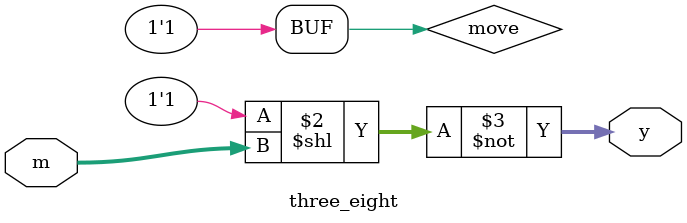
<source format=v>
`timescale 1ns / 1ps
module three_eight(m, y
    );
	 input wire[2:0] m;
	 output reg[7:0] y;
	 reg move;
	 always @(*)
		begin
			move = 1;
			y = ~(move << m);
		end
endmodule

</source>
